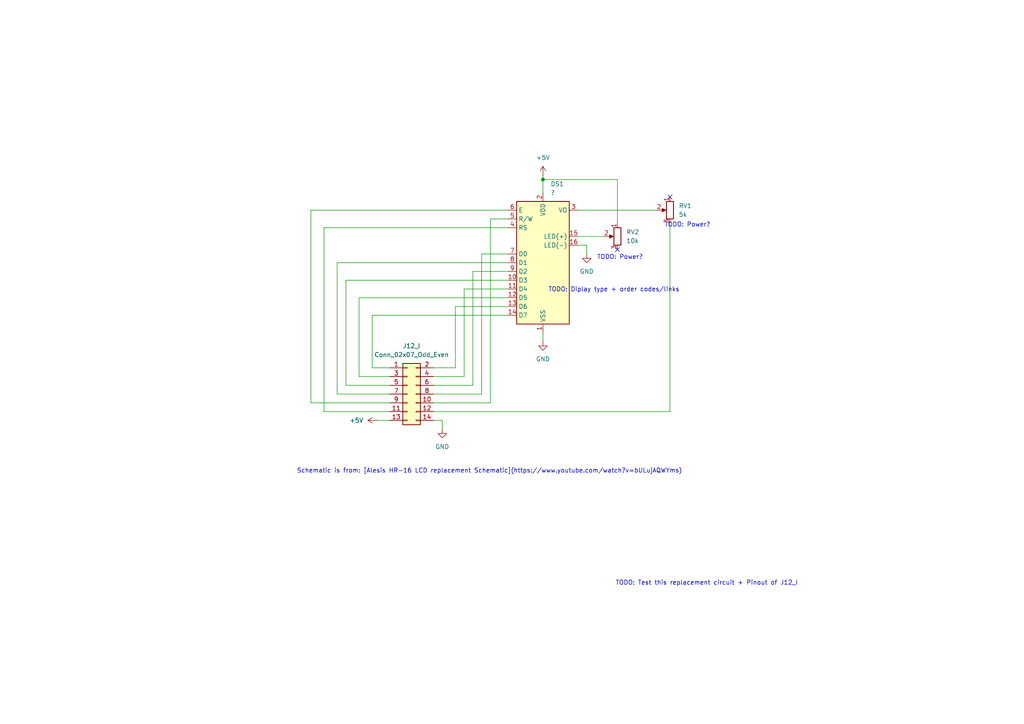
<source format=kicad_sch>
(kicad_sch (version 20231120) (generator "eeschema") (generator_version "8.0")
  (paper "A4")
  (title_block (title "Alesis HR-16 RevEng") (date "2024-03-31") (rev "0.1") (company "dontdrinkandderive"))
  (lib_symbols
    (symbol "Connector_Generic:Conn_02x07_Odd_Even" (pin_names (offset 1.016) hide)
      (property "Reference" "J" (at 1.27 10.16 0))
      (property "Value" "Conn_02x07_Odd_Even" (at 1.27 -10.16 0))
      (symbol "Conn_02x07_Odd_Even_1_1"
        (rectangle (start -1.27 -7.493) (end 0 -7.747) (stroke (width 0.1524)))
        (rectangle (start -1.27 -4.953) (end 0 -5.207) (stroke (width 0.1524)))
        (rectangle (start -1.27 -2.413) (end 0 -2.667) (stroke (width 0.1524)))
        (rectangle (start -1.27 0.127) (end 0 -0.127) (stroke (width 0.1524)))
        (rectangle (start -1.27 2.667) (end 0 2.413) (stroke (width 0.1524)))
        (rectangle (start -1.27 5.207) (end 0 4.953) (stroke (width 0.1524)))
        (rectangle (start -1.27 7.747) (end 0 7.493) (stroke (width 0.1524)))
        (rectangle (start -1.27 8.89) (end 3.81 -8.89) (stroke (width 0.254)) (fill (type background)))
        (rectangle (start 3.81 -7.493) (end 2.54 -7.747) (stroke (width 0.1524)))
        (rectangle (start 3.81 -4.953) (end 2.54 -5.207) (stroke (width 0.1524)))
        (rectangle (start 3.81 -2.413) (end 2.54 -2.667) (stroke (width 0.1524)))
        (rectangle (start 3.81 0.127) (end 2.54 -0.127) (stroke (width 0.1524)))
        (rectangle (start 3.81 2.667) (end 2.54 2.413) (stroke (width 0.1524)))
        (rectangle (start 3.81 5.207) (end 2.54 4.953) (stroke (width 0.1524)))
        (rectangle (start 3.81 7.747) (end 2.54 7.493) (stroke (width 0.1524)))
        (pin passive line (at -5.08 7.62 0) (length 3.81) (name "Pin_1") (number "1"))
        (pin passive line (at 7.62 -2.54 180) (length 3.81) (name "Pin_10") (number "10"))
        (pin passive line (at -5.08 -5.08 0) (length 3.81) (name "Pin_11") (number "11"))
        (pin passive line (at 7.62 -5.08 180) (length 3.81) (name "Pin_12") (number "12"))
        (pin passive line (at -5.08 -7.62 0) (length 3.81) (name "Pin_13") (number "13"))
        (pin passive line (at 7.62 -7.62 180) (length 3.81) (name "Pin_14") (number "14"))
        (pin passive line (at 7.62 7.62 180) (length 3.81) (name "Pin_2") (number "2"))
        (pin passive line (at -5.08 5.08 0) (length 3.81) (name "Pin_3") (number "3"))
        (pin passive line (at 7.62 5.08 180) (length 3.81) (name "Pin_4") (number "4"))
        (pin passive line (at -5.08 2.54 0) (length 3.81) (name "Pin_5") (number "5"))
        (pin passive line (at 7.62 2.54 180) (length 3.81) (name "Pin_6") (number "6"))
        (pin passive line (at -5.08 0 0) (length 3.81) (name "Pin_7") (number "7"))
        (pin passive line (at 7.62 0 180) (length 3.81) (name "Pin_8") (number "8"))
        (pin passive line (at -5.08 -2.54 0) (length 3.81) (name "Pin_9") (number "9"))
      )
    )
    (symbol "Device:R_Potentiometer" (pin_names (offset 1.016) hide)
      (property "Reference" "RV" (at -4.445 0 90))
      (property "Value" "R_Potentiometer" (at -2.54 0 90))
      (symbol "R_Potentiometer_0_1"
        (polyline (pts (xy 2.54 0) (xy 1.524 0)))
        (polyline (pts (xy 1.143 0) (xy 2.286 0.508) (xy 2.286 -0.508) (xy 1.143 0)) (fill (type outline)))
        (rectangle (start 1.016 2.54) (end -1.016 -2.54) (stroke (width 0.254)))
      )
      (symbol "R_Potentiometer_1_1"
        (pin passive line (at 0 3.81 270) (length 1.27) (name "1") (number "1"))
        (pin passive line (at 3.81 0 180) (length 1.27) (name "2") (number "2"))
        (pin passive line (at 0 -3.81 90) (length 1.27) (name "3") (number "3"))
      )
    )
    (symbol "Display_Character:WC1602A"
      (property "Reference" "DS" (at -5.842 19.05 0))
      (property "Value" "WC1602A" (at 5.334 19.05 0))
      (symbol "WC1602A_1_1"
        (rectangle (start -7.62 17.78) (end 7.62 -17.78) (stroke (width 0.254)) (fill (type background)))
        (pin power_in line (at 0 -20.32 90) (length 2.54) (name "VSS") (number "1"))
        (pin input line (at -10.16 -5.08 0) (length 2.54) (name "D3") (number "10"))
        (pin input line (at -10.16 -7.62 0) (length 2.54) (name "D4") (number "11"))
        (pin input line (at -10.16 -10.16 0) (length 2.54) (name "D5") (number "12"))
        (pin input line (at -10.16 -12.7 0) (length 2.54) (name "D6") (number "13"))
        (pin input line (at -10.16 -15.24 0) (length 2.54) (name "D7") (number "14"))
        (pin power_in line (at 10.16 7.62 180) (length 2.54) (name "LED(+)") (number "15"))
        (pin power_in line (at 10.16 5.08 180) (length 2.54) (name "LED(-)") (number "16"))
        (pin power_in line (at 0 20.32 270) (length 2.54) (name "VDD") (number "2"))
        (pin input line (at 10.16 15.24 180) (length 2.54) (name "VO") (number "3"))
        (pin input line (at -10.16 10.16 0) (length 2.54) (name "RS") (number "4"))
        (pin input line (at -10.16 12.7 0) (length 2.54) (name "R/W") (number "5"))
        (pin input line (at -10.16 15.24 0) (length 2.54) (name "E") (number "6"))
        (pin input line (at -10.16 2.54 0) (length 2.54) (name "D0") (number "7"))
        (pin input line (at -10.16 0 0) (length 2.54) (name "D1") (number "8"))
        (pin input line (at -10.16 -2.54 0) (length 2.54) (name "D2") (number "9"))
      )
    )
    (symbol "power:+5V" (power) (pin_numbers hide) (pin_names (offset 0) hide)
      (property "Value" "+5V" (at 0 3.556 0))
      (symbol "+5V_0_1"
        (polyline (pts (xy -0.762 1.27) (xy 0 2.54)))
        (polyline (pts (xy 0 0) (xy 0 2.54)))
        (polyline (pts (xy 0 2.54) (xy 0.762 1.27)))
      )
      (symbol "+5V_1_1"
        (pin power_in line (at 0 0 90) (length 0) (name "~") (number "1"))
      )
    )
    (symbol "power:GND" (power) (pin_numbers hide) (pin_names (offset 0) hide)
      (property "Value" "GND" (at 0 -3.81 0))
      (symbol "GND_0_1"
        (polyline (pts (xy 0 0) (xy 0 -1.27) (xy 1.27 -1.27) (xy 0 -2.54) (xy -1.27 -1.27) (xy 0 -1.27)))
      )
      (symbol "GND_1_1"
        (pin power_in line (at 0 0 270) (length 0) (name "~") (number "1"))
      )
    )
  )
  (junction (at 157.48 52.07))
  (no_connect (at 179.07 72.39))
  (no_connect (at 194.31 57.15))
  (wire (pts (xy 147.32 91.44) (xy 107.95 91.44)))
  (wire (pts (xy 142.24 63.5) (xy 147.32 63.5)))
  (wire (pts (xy 113.03 119.38) (xy 93.98 119.38)))
  (wire (pts (xy 104.14 86.36) (xy 104.14 109.22)))
  (wire (pts (xy 97.79 76.2) (xy 97.79 114.3)))
  (wire (pts (xy 100.33 111.76) (xy 113.03 111.76)))
  (wire (pts (xy 139.7 114.3) (xy 139.7 73.66)))
  (wire (pts (xy 107.95 91.44) (xy 107.95 106.68)))
  (wire (pts (xy 167.64 71.12) (xy 170.18 71.12)))
  (wire (pts (xy 157.48 96.52) (xy 157.48 99.06)))
  (wire (pts (xy 93.98 119.38) (xy 93.98 66.04)))
  (wire (pts (xy 137.16 111.76) (xy 137.16 78.74)))
  (wire (pts (xy 134.62 109.22) (xy 134.62 83.82)))
  (wire (pts (xy 90.17 116.84) (xy 113.03 116.84)))
  (wire (pts (xy 97.79 114.3) (xy 113.03 114.3)))
  (wire (pts (xy 109.22 121.92) (xy 113.03 121.92)))
  (wire (pts (xy 90.17 60.96) (xy 90.17 116.84)))
  (wire (pts (xy 139.7 73.66) (xy 147.32 73.66)))
  (wire (pts (xy 125.73 106.68) (xy 132.08 106.68)))
  (wire (pts (xy 157.48 52.07) (xy 179.07 52.07)))
  (wire (pts (xy 93.98 66.04) (xy 147.32 66.04)))
  (wire (pts (xy 147.32 81.28) (xy 100.33 81.28)))
  (wire (pts (xy 157.48 52.07) (xy 157.48 55.88)))
  (wire (pts (xy 167.64 68.58) (xy 175.26 68.58)))
  (wire (pts (xy 167.64 60.96) (xy 190.5 60.96)))
  (wire (pts (xy 132.08 106.68) (xy 132.08 88.9)))
  (wire (pts (xy 147.32 76.2) (xy 97.79 76.2)))
  (wire (pts (xy 194.31 64.77) (xy 194.31 119.38)))
  (wire (pts (xy 134.62 83.82) (xy 147.32 83.82)))
  (wire (pts (xy 179.07 52.07) (xy 179.07 64.77)))
  (wire (pts (xy 107.95 106.68) (xy 113.03 106.68)))
  (wire (pts (xy 125.73 111.76) (xy 137.16 111.76)))
  (wire (pts (xy 137.16 78.74) (xy 147.32 78.74)))
  (wire (pts (xy 147.32 86.36) (xy 104.14 86.36)))
  (wire (pts (xy 128.27 121.92) (xy 128.27 124.46)))
  (wire (pts (xy 170.18 71.12) (xy 170.18 73.66)))
  (wire (pts (xy 104.14 109.22) (xy 113.03 109.22)))
  (wire (pts (xy 157.48 50.8) (xy 157.48 52.07)))
  (wire (pts (xy 125.73 116.84) (xy 142.24 116.84)))
  (wire (pts (xy 125.73 121.92) (xy 128.27 121.92)))
  (wire (pts (xy 125.73 109.22) (xy 134.62 109.22)))
  (wire (pts (xy 125.73 114.3) (xy 139.7 114.3)))
  (wire (pts (xy 100.33 81.28) (xy 100.33 111.76)))
  (wire (pts (xy 125.73 119.38) (xy 194.31 119.38)))
  (wire (pts (xy 132.08 88.9) (xy 147.32 88.9)))
  (wire (pts (xy 142.24 116.84) (xy 142.24 63.5)))
  (wire (pts (xy 147.32 60.96) (xy 90.17 60.96)))
  (text "TODO: Power?" (at 199.39 65.278 0) (effects (font (size 1.27 1.27))))
  (text "Schematic is from: [Alesis HR-16 LCD replacement Schematic](https://www.youtube.com/watch?v=bULujAQWYms)" (at 141.986 136.652 0) (effects (font (size 1.27 1.27))))
  (text "TODO: Test this replacement circuit + Pinout of J12_I" (at 204.978 169.164 0) (effects (font (size 1.27 1.27))))
  (text "TODO: Power?" (at 179.832 74.676 0) (effects (font (size 1.27 1.27))))
  (text "TODO: Diplay type + order codes/links" (at 178.054 84.074 0) (effects (font (size 1.27 1.27))))
  (symbol (lib_id "power:GND") (at 157.48 99.06 0) (unit 1)
    (property "Reference" "#PWR020" (effects (hide yes)))
    (property "Value" "GND" (at 157.48 104.14 0))
    (property "Description" "Power symbol creates a global label with name \"GND\" , ground" (effects (hide yes)))
  )
  (symbol (lib_id "Device:R_Potentiometer") (at 179.07 68.58 0) (mirror y) (unit 1)
    (property "Reference" "RV2" (at 181.61 67.3099 0) (effects (justify right)))
    (property "Value" "10k" (at 181.61 69.8499 0) (effects (justify right)))
    (property "Description" "Potentiometer" (effects (hide yes)))
  )
  (symbol (lib_id "power:GND") (at 170.18 73.66 0) (unit 1)
    (property "Reference" "#PWR022" (effects (hide yes)))
    (property "Value" "GND" (at 170.18 78.74 0))
    (property "Description" "Power symbol creates a global label with name \"GND\" , ground" (effects (hide yes)))
  )
  (symbol (lib_id "power:+5V") (at 109.22 121.92 90) (unit 1)
    (property "Reference" "#PWR019" (effects (hide yes)))
    (property "Value" "+5V" (at 105.41 121.9199 90) (effects (justify left)))
    (property "Description" "Power symbol creates a global label with name \"+5V\"" (effects (hide yes)))
  )
  (symbol (lib_id "Connector_Generic:Conn_02x07_Odd_Even") (at 118.11 114.3 0) (unit 1)
    (property "Reference" "J12_I" (at 119.38 100.33 0))
    (property "Value" "Conn_02x07_Odd_Even" (at 119.38 102.87 0))
    (property "Description" "Generic connector, double row, 02x07, odd/even pin numbering scheme (row 1 odd numbers, row 2 even numbers), script generated (kicad-library-utils/schlib/autogen/connector/)" (effects (hide yes)))
  )
  (symbol (lib_id "Display_Character:WC1602A") (at 157.48 76.2 0) (unit 1)
    (property "Reference" "DS1" (at 159.6741 53.34 0) (effects (justify left)))
    (property "Value" "?" (at 159.6741 55.88 0) (effects (justify left)))
    (property "Footprint" "?" (effects (hide yes)))
    (property "Datasheet" "?" (effects (hide yes)))
    (property "Description" "LCD 16x2 Alphanumeric , 8 bit parallel bus, 5V VDD" (effects (hide yes)))
  )
  (symbol (lib_id "power:+5V") (at 157.48 50.8 0) (unit 1)
    (property "Reference" "#PWR021" (effects (hide yes)))
    (property "Value" "+5V" (at 157.48 45.72 0))
    (property "Description" "Power symbol creates a global label with name \"+5V\"" (effects (hide yes)))
  )
  (symbol (lib_id "power:GND") (at 128.27 124.46 0) (unit 1)
    (property "Reference" "#PWR018" (effects (hide yes)))
    (property "Value" "GND" (at 128.27 129.54 0))
    (property "Description" "Power symbol creates a global label with name \"GND\" , ground" (effects (hide yes)))
  )
  (symbol (lib_id "Device:R_Potentiometer") (at 194.31 60.96 0) (mirror y) (unit 1)
    (property "Reference" "RV1" (at 196.85 59.6899 0) (effects (justify right)))
    (property "Value" "5k" (at 196.85 62.2299 0) (effects (justify right)))
    (property "Description" "Potentiometer" (effects (hide yes)))
  )
)
</source>
